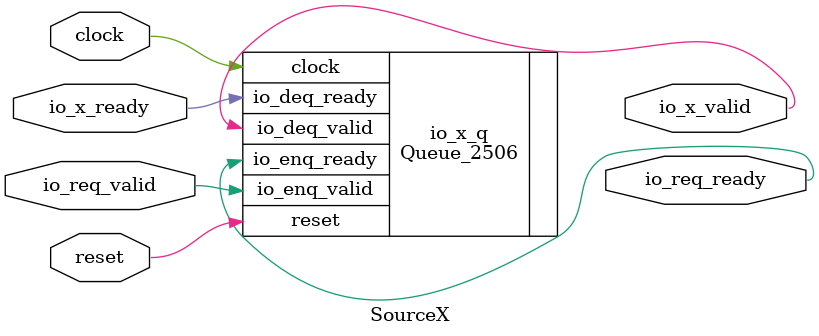
<source format=sv>
`ifndef RANDOMIZE
  `ifdef RANDOMIZE_REG_INIT
    `define RANDOMIZE
  `endif // RANDOMIZE_REG_INIT
`endif // not def RANDOMIZE
`ifndef RANDOMIZE
  `ifdef RANDOMIZE_MEM_INIT
    `define RANDOMIZE
  `endif // RANDOMIZE_MEM_INIT
`endif // not def RANDOMIZE

`ifndef RANDOM
  `define RANDOM $random
`endif // not def RANDOM

// Users can define 'PRINTF_COND' to add an extra gate to prints.
`ifndef PRINTF_COND_
  `ifdef PRINTF_COND
    `define PRINTF_COND_ (`PRINTF_COND)
  `else  // PRINTF_COND
    `define PRINTF_COND_ 1
  `endif // PRINTF_COND
`endif // not def PRINTF_COND_

// Users can define 'ASSERT_VERBOSE_COND' to add an extra gate to assert error printing.
`ifndef ASSERT_VERBOSE_COND_
  `ifdef ASSERT_VERBOSE_COND
    `define ASSERT_VERBOSE_COND_ (`ASSERT_VERBOSE_COND)
  `else  // ASSERT_VERBOSE_COND
    `define ASSERT_VERBOSE_COND_ 1
  `endif // ASSERT_VERBOSE_COND
`endif // not def ASSERT_VERBOSE_COND_

// Users can define 'STOP_COND' to add an extra gate to stop conditions.
`ifndef STOP_COND_
  `ifdef STOP_COND
    `define STOP_COND_ (`STOP_COND)
  `else  // STOP_COND
    `define STOP_COND_ 1
  `endif // STOP_COND
`endif // not def STOP_COND_

// Users can define INIT_RANDOM as general code that gets injected into the
// initializer block for modules with registers.
`ifndef INIT_RANDOM
  `define INIT_RANDOM
`endif // not def INIT_RANDOM

// If using random initialization, you can also define RANDOMIZE_DELAY to
// customize the delay used, otherwise 0.002 is used.
`ifndef RANDOMIZE_DELAY
  `define RANDOMIZE_DELAY 0.002
`endif // not def RANDOMIZE_DELAY

// Define INIT_RANDOM_PROLOG_ for use in our modules below.
`ifndef INIT_RANDOM_PROLOG_
  `ifdef RANDOMIZE
    `ifdef VERILATOR
      `define INIT_RANDOM_PROLOG_ `INIT_RANDOM
    `else  // VERILATOR
      `define INIT_RANDOM_PROLOG_ `INIT_RANDOM #`RANDOMIZE_DELAY begin end
    `endif // VERILATOR
  `else  // RANDOMIZE
    `define INIT_RANDOM_PROLOG_
  `endif // RANDOMIZE
`endif // not def INIT_RANDOM_PROLOG_

module SourceX(
  input  clock,
         reset,
         io_req_valid,
         io_x_ready,
  output io_req_ready,
         io_x_valid
);

  Queue_2506 io_x_q (	// @[Decoupled.scala:375:21]
    .clock        (clock),
    .reset        (reset),
    .io_enq_valid (io_req_valid),
    .io_deq_ready (io_x_ready),
    .io_enq_ready (io_req_ready),
    .io_deq_valid (io_x_valid)
  );
endmodule


</source>
